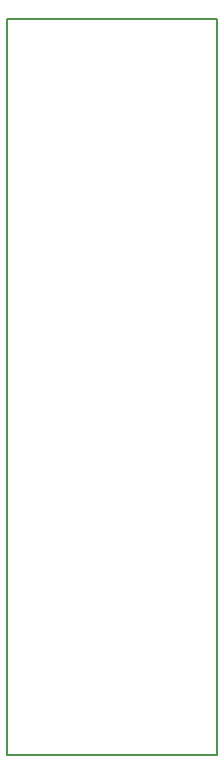
<source format=gm1>
G04 MADE WITH FRITZING*
G04 WWW.FRITZING.ORG*
G04 DOUBLE SIDED*
G04 HOLES PLATED*
G04 CONTOUR ON CENTER OF CONTOUR VECTOR*
%ASAXBY*%
%FSLAX23Y23*%
%MOIN*%
%OFA0B0*%
%SFA1.0B1.0*%
%ADD10R,0.708661X2.460630*%
%ADD11C,0.008000*%
%ADD10C,0.008*%
%LNCONTOUR*%
G90*
G70*
G54D10*
G54D11*
X4Y2457D02*
X705Y2457D01*
X705Y4D01*
X4Y4D01*
X4Y2457D01*
D02*
G04 End of contour*
M02*
</source>
